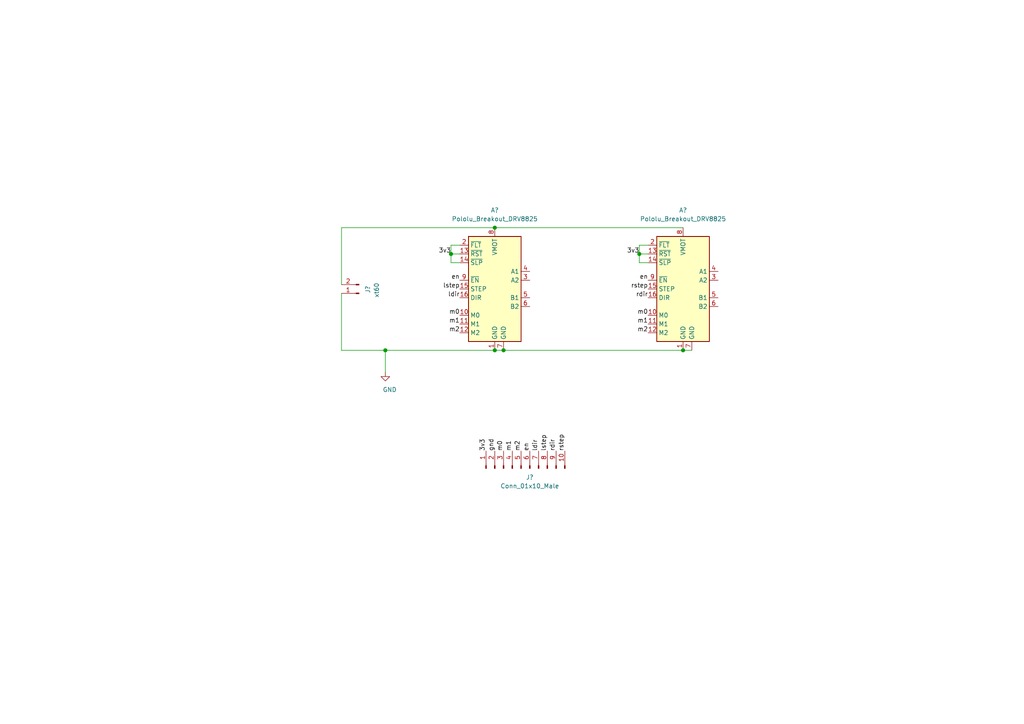
<source format=kicad_sch>
(kicad_sch (version 20201015) (generator eeschema)
  (page 1 1)
  (paper "A4")
  (lib_symbols
    (symbol "Connector:Conn_01x02_Male" (pin_names (offset 1.016) hide)
      (property "Reference" "J" (at 0 2.54 0))
      (property "Value" "Conn_01x02_Male" (at 0 -5.08 0))
      (symbol "Conn_01x02_Male_1_1"
        (rectangle (start 0.8636 -2.413) (end 0 -2.667) (stroke (width 0.1524)) (fill (type outline)))
        (rectangle (start 0.8636 0.127) (end 0 -0.127) (stroke (width 0.1524)) (fill (type outline)))
        (polyline (pts (xy 1.27 -2.54) (xy 0.8636 -2.54)) (stroke (width 0.1524)))
        (polyline (pts (xy 1.27 0) (xy 0.8636 0)) (stroke (width 0.1524)))
        (pin passive line (at 5.08 0 180) (length 3.81) (name "Pin_1") (number "1"))
        (pin passive line (at 5.08 -2.54 180) (length 3.81) (name "Pin_2") (number "2"))
      )
    )
    (symbol "Connector:Conn_01x10_Male" (pin_names (offset 1.016) hide)
      (property "Reference" "J" (at 0 12.7 0))
      (property "Value" "Conn_01x10_Male" (at 0 -15.24 0))
      (symbol "Conn_01x10_Male_1_1"
        (rectangle (start 0.8636 -12.573) (end 0 -12.827) (stroke (width 0.1524)) (fill (type outline)))
        (rectangle (start 0.8636 -10.033) (end 0 -10.287) (stroke (width 0.1524)) (fill (type outline)))
        (rectangle (start 0.8636 -7.493) (end 0 -7.747) (stroke (width 0.1524)) (fill (type outline)))
        (rectangle (start 0.8636 -4.953) (end 0 -5.207) (stroke (width 0.1524)) (fill (type outline)))
        (rectangle (start 0.8636 -2.413) (end 0 -2.667) (stroke (width 0.1524)) (fill (type outline)))
        (rectangle (start 0.8636 0.127) (end 0 -0.127) (stroke (width 0.1524)) (fill (type outline)))
        (rectangle (start 0.8636 2.667) (end 0 2.413) (stroke (width 0.1524)) (fill (type outline)))
        (rectangle (start 0.8636 5.207) (end 0 4.953) (stroke (width 0.1524)) (fill (type outline)))
        (rectangle (start 0.8636 7.747) (end 0 7.493) (stroke (width 0.1524)) (fill (type outline)))
        (rectangle (start 0.8636 10.287) (end 0 10.033) (stroke (width 0.1524)) (fill (type outline)))
        (polyline (pts (xy 1.27 -12.7) (xy 0.8636 -12.7)) (stroke (width 0.1524)))
        (polyline (pts (xy 1.27 -10.16) (xy 0.8636 -10.16)) (stroke (width 0.1524)))
        (polyline (pts (xy 1.27 -7.62) (xy 0.8636 -7.62)) (stroke (width 0.1524)))
        (polyline (pts (xy 1.27 -5.08) (xy 0.8636 -5.08)) (stroke (width 0.1524)))
        (polyline (pts (xy 1.27 -2.54) (xy 0.8636 -2.54)) (stroke (width 0.1524)))
        (polyline (pts (xy 1.27 0) (xy 0.8636 0)) (stroke (width 0.1524)))
        (polyline (pts (xy 1.27 2.54) (xy 0.8636 2.54)) (stroke (width 0.1524)))
        (polyline (pts (xy 1.27 5.08) (xy 0.8636 5.08)) (stroke (width 0.1524)))
        (polyline (pts (xy 1.27 7.62) (xy 0.8636 7.62)) (stroke (width 0.1524)))
        (polyline (pts (xy 1.27 10.16) (xy 0.8636 10.16)) (stroke (width 0.1524)))
        (pin passive line (at 5.08 10.16 180) (length 3.81) (name "Pin_1") (number "1"))
        (pin passive line (at 5.08 -12.7 180) (length 3.81) (name "Pin_10") (number "10"))
        (pin passive line (at 5.08 7.62 180) (length 3.81) (name "Pin_2") (number "2"))
        (pin passive line (at 5.08 5.08 180) (length 3.81) (name "Pin_3") (number "3"))
        (pin passive line (at 5.08 2.54 180) (length 3.81) (name "Pin_4") (number "4"))
        (pin passive line (at 5.08 0 180) (length 3.81) (name "Pin_5") (number "5"))
        (pin passive line (at 5.08 -2.54 180) (length 3.81) (name "Pin_6") (number "6"))
        (pin passive line (at 5.08 -5.08 180) (length 3.81) (name "Pin_7") (number "7"))
        (pin passive line (at 5.08 -7.62 180) (length 3.81) (name "Pin_8") (number "8"))
        (pin passive line (at 5.08 -10.16 180) (length 3.81) (name "Pin_9") (number "9"))
      )
    )
    (symbol "Driver_Motor:Pololu_Breakout_DRV8825"
      (property "Reference" "A" (at -2.54 16.51 0))
      (property "Value" "Pololu_Breakout_DRV8825" (at -2.54 13.97 0))
      (symbol "Pololu_Breakout_DRV8825_0_1"
        (rectangle (start 7.62 -17.78) (end -7.62 12.7) (stroke (width 0.254)) (fill (type background)))
      )
      (symbol "Pololu_Breakout_DRV8825_1_1"
        (pin power_in line (at 0 -20.32 90) (length 2.54) (name "GND") (number "1"))
        (pin input line (at -10.16 -10.16 0) (length 2.54) (name "M0") (number "10"))
        (pin input line (at -10.16 -12.7 0) (length 2.54) (name "M1") (number "11"))
        (pin input line (at -10.16 -15.24 0) (length 2.54) (name "M2") (number "12"))
        (pin input line (at -10.16 7.62 0) (length 2.54) (name "~RST") (number "13"))
        (pin input line (at -10.16 5.08 0) (length 2.54) (name "~SLP") (number "14"))
        (pin input line (at -10.16 -2.54 0) (length 2.54) (name "STEP") (number "15"))
        (pin input line (at -10.16 -5.08 0) (length 2.54) (name "DIR") (number "16"))
        (pin output line (at -10.16 10.16 0) (length 2.54) (name "~FLT") (number "2"))
        (pin output line (at 10.16 0 180) (length 2.54) (name "A2") (number "3"))
        (pin output line (at 10.16 2.54 180) (length 2.54) (name "A1") (number "4"))
        (pin output line (at 10.16 -5.08 180) (length 2.54) (name "B1") (number "5"))
        (pin output line (at 10.16 -7.62 180) (length 2.54) (name "B2") (number "6"))
        (pin power_in line (at 2.54 -20.32 90) (length 2.54) (name "GND") (number "7"))
        (pin power_in line (at 0 15.24 270) (length 2.54) (name "VMOT") (number "8"))
        (pin input line (at -10.16 0 0) (length 2.54) (name "~EN") (number "9"))
      )
    )
    (symbol "power:GND" (power) (pin_names (offset 0))
      (property "Value" "GND" (at 0 -3.81 0))
      (symbol "GND_0_1"
        (polyline (pts (xy 0 0) (xy 0 -1.27) (xy 1.27 -1.27) (xy 0 -2.54) (xy -1.27 -1.27) (xy 0 -1.27)))
      )
      (symbol "GND_1_1"
        (pin power_in line (at 0 0 270) (length 0) hide (name "GND") (number "1"))
      )
    )
  )
  (junction (at 111.76 101.6) (diameter 1.016))
  (junction (at 130.81 73.66) (diameter 1.016))
  (junction (at 143.51 66.04) (diameter 1.016))
  (junction (at 143.51 101.6) (diameter 1.016))
  (junction (at 146.05 101.6) (diameter 1.016))
  (junction (at 185.42 73.66) (diameter 1.016))
  (junction (at 198.12 101.6) (diameter 1.016))
  (wire (pts (xy 99.06 66.04) (xy 99.06 82.55)))
  (wire (pts (xy 99.06 66.04) (xy 143.51 66.04)))
  (wire (pts (xy 99.06 85.09) (xy 99.06 101.6)))
  (wire (pts (xy 99.06 101.6) (xy 111.76 101.6)))
  (wire (pts (xy 111.76 101.6) (xy 111.76 107.95)))
  (wire (pts (xy 111.76 101.6) (xy 143.51 101.6)))
  (wire (pts (xy 130.81 71.12) (xy 130.81 73.66)))
  (wire (pts (xy 130.81 71.12) (xy 133.35 71.12)))
  (wire (pts (xy 130.81 73.66) (xy 130.81 76.2)))
  (wire (pts (xy 130.81 73.66) (xy 133.35 73.66)))
  (wire (pts (xy 133.35 76.2) (xy 130.81 76.2)))
  (wire (pts (xy 143.51 66.04) (xy 198.12 66.04)))
  (wire (pts (xy 143.51 101.6) (xy 146.05 101.6)))
  (wire (pts (xy 146.05 101.6) (xy 198.12 101.6)))
  (wire (pts (xy 185.42 71.12) (xy 187.96 71.12)))
  (wire (pts (xy 185.42 73.66) (xy 185.42 71.12)))
  (wire (pts (xy 185.42 73.66) (xy 185.42 76.2)))
  (wire (pts (xy 185.42 73.66) (xy 187.96 73.66)))
  (wire (pts (xy 185.42 76.2) (xy 187.96 76.2)))
  (wire (pts (xy 198.12 101.6) (xy 200.66 101.6)))
  (label "3v3" (at 130.81 73.66 180))
  (label "en" (at 133.35 81.28 180))
  (label "lstep" (at 133.35 83.82 180))
  (label "ldir" (at 133.35 86.36 180))
  (label "m0" (at 133.35 91.44 180))
  (label "m1" (at 133.35 93.98 180))
  (label "m2" (at 133.35 96.52 180))
  (label "3v3" (at 140.97 130.81 90))
  (label "gnd" (at 143.51 130.81 90))
  (label "m0" (at 146.05 130.81 90))
  (label "m1" (at 148.59 130.81 90))
  (label "m2" (at 151.13 130.81 90))
  (label "en" (at 153.67 130.81 90))
  (label "ldir" (at 156.21 130.81 90))
  (label "lstep" (at 158.75 130.81 90))
  (label "rdir" (at 161.29 130.81 90))
  (label "rstep" (at 163.83 130.81 90))
  (label "3v3" (at 185.42 73.66 180))
  (label "en" (at 187.96 81.28 180))
  (label "rstep" (at 187.96 83.82 180))
  (label "rdir" (at 187.96 86.36 180))
  (label "m0" (at 187.96 91.44 180))
  (label "m1" (at 187.96 93.98 180))
  (label "m2" (at 187.96 96.52 180))
  (symbol (lib_id "power:GND") (at 111.76 107.95 0) (unit 1)
    (property "Reference" "#PWR?" (effects hide))
    (property "Value" "GND" (at 113.03 113.03 0))
  )
  (symbol (lib_id "Connector:Conn_01x02_Male") (at 104.14 85.09 180) (unit 1)
    (property "Reference" "J?" (at 106.68 85.09 90) (effects (justify right)))
    (property "Value" "xt60" (at 109.22 86.36 90) (effects (justify right)))
  )
  (symbol (lib_id "Connector:Conn_01x10_Male") (at 151.13 135.89 90) (unit 1)
    (property "Reference" "J?" (at 153.67 138.43 90))
    (property "Value" "Conn_01x10_Male" (at 153.67 140.97 90))
  )
  (symbol (lib_id "Driver_Motor:Pololu_Breakout_DRV8825") (at 143.51 81.28 0) (unit 1)
    (property "Reference" "A?" (at 143.51 60.96 0))
    (property "Value" "Pololu_Breakout_DRV8825" (at 143.51 63.5 0))
    (property "Footprint" "Module:Pololu_Breakout-16_15.2x20.3mm" (effects hide))
    (property "Datasheet" "https://www.pololu.com/product/2982" (effects hide))
  )
  (symbol (lib_id "Driver_Motor:Pololu_Breakout_DRV8825") (at 198.12 81.28 0) (unit 1)
    (property "Reference" "A?" (at 198.12 60.96 0))
    (property "Value" "Pololu_Breakout_DRV8825" (at 198.12 63.5 0))
    (property "Footprint" "Module:Pololu_Breakout-16_15.2x20.3mm" (effects hide))
    (property "Datasheet" "https://www.pololu.com/product/2982" (effects hide))
  )
)
</source>
